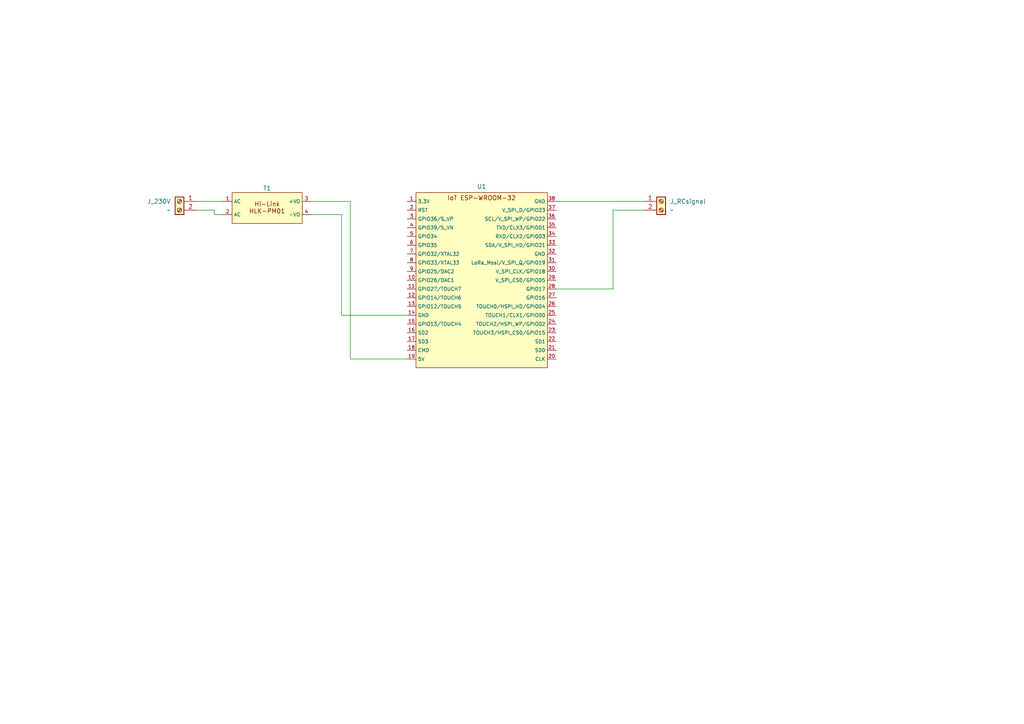
<source format=kicad_sch>
(kicad_sch (version 20250114) (generator "eeschema") (generator_version "9.0")
  (paper "A4")
  (title_block (title "Swithcboard") (date "2025-09-10") (rev "0"))
  (lib_symbols
    (symbol "Connector:Screw_Terminal_01x02" (pin_names (offset 1.016) (hide yes))
      (property "Reference" "J" (at 0 2.54 0))
      (property "Value" "Screw_Terminal_01x02" (at 0 -5.08 0))
      (symbol "Screw_Terminal_01x02_1_1"
        (rectangle (start -1.27 1.27) (end 1.27 -3.81) (stroke (width 0.254)) (fill (type background)))
        (polyline (pts (xy -0.5334 0.3302) (xy 0.3302 -0.508)) (stroke (width 0.1524)))
        (polyline (pts (xy -0.5334 -2.2098) (xy 0.3302 -3.048)) (stroke (width 0.1524)))
        (polyline (pts (xy -0.3556 0.508) (xy 0.508 -0.3302)) (stroke (width 0.1524)))
        (polyline (pts (xy -0.3556 -2.032) (xy 0.508 -2.8702)) (stroke (width 0.1524)))
        (circle (center 0 0) (radius 0.635) (stroke (width 0.1524)))
        (circle (center 0 -2.54) (radius 0.635) (stroke (width 0.1524)))
        (pin passive line (at -5.08 0 0) (length 3.81) (name "Pin_1") (number "1"))
        (pin passive line (at -5.08 -2.54 0) (length 3.81) (name "Pin_2") (number "2"))
      )
    )
    (symbol "ESP32Library:ESP-WROOM-32"
      (property "Reference" "U" (at 0 0 0))
      (symbol "ESP-WROOM-32_1_1"
        (rectangle (start -19.05 -2.54) (end 19.05 -53.34) (fill (type background)))
        (text "IoT ESP-WROOM-32" (at 0 -4.064 0) (effects (font (size 1.27 1.27))))
        (pin power_out line (at -21.59 -5.08 0) (length 2.54) (name "3.3V") (number "1"))
        (pin bidirectional line (at -21.59 -7.62 0) (length 2.54) (name "RST") (number "2"))
        (pin bidirectional line (at -21.59 -10.16 0) (length 2.54) (name "GPIO36/S_VP") (number "3"))
        (pin bidirectional line (at -21.59 -12.7 0) (length 2.54) (name "GPIO39/S_VN") (number "4"))
        (pin bidirectional line (at -21.59 -15.24 0) (length 2.54) (name "GPIO34") (number "5"))
        (pin bidirectional line (at -21.59 -17.78 0) (length 2.54) (name "GPIO35") (number "6"))
        (pin bidirectional line (at -21.59 -20.32 0) (length 2.54) (name "GPIO32/XTAL32") (number "7"))
        (pin bidirectional line (at -21.59 -22.86 0) (length 2.54) (name "GPIO33/XTAL33") (number "8"))
        (pin bidirectional line (at -21.59 -25.4 0) (length 2.54) (name "GPIO25/DAC2") (number "9"))
        (pin bidirectional line (at -21.59 -27.94 0) (length 2.54) (name "GPIO26/DAC1") (number "10"))
        (pin bidirectional line (at -21.59 -30.48 0) (length 2.54) (name "GPIO27/TOUCH7") (number "11"))
        (pin bidirectional line (at -21.59 -33.02 0) (length 2.54) (name "GPIO14/TOUCH6") (number "12"))
        (pin bidirectional line (at -21.59 -35.56 0) (length 2.54) (name "GPIO12/TOUCH5") (number "13"))
        (pin power_in line (at -21.59 -38.1 0) (length 2.54) (name "GND") (number "14"))
        (pin bidirectional line (at -21.59 -40.64 0) (length 2.54) (name "GPIO13/TOUCH4") (number "15"))
        (pin bidirectional line (at -21.59 -43.18 0) (length 2.54) (name "SD2") (number "16"))
        (pin bidirectional line (at -21.59 -45.72 0) (length 2.54) (name "SD3") (number "17"))
        (pin bidirectional line (at -21.59 -48.26 0) (length 2.54) (name "CMD") (number "18"))
        (pin power_in line (at -21.59 -50.8 0) (length 2.54) (name "5V") (number "19"))
        (pin power_in line (at 21.59 -5.08 180) (length 2.54) (name "GND") (number "38"))
        (pin bidirectional line (at 21.59 -7.62 180) (length 2.54) (name "V_SPI_D/GPIO23") (number "37"))
        (pin bidirectional line (at 21.59 -10.16 180) (length 2.54) (name "SCL/V_SPI_WP/GPIO22") (number "36"))
        (pin bidirectional line (at 21.59 -12.7 180) (length 2.54) (name "TXD/CLX3/GPIO01") (number "35"))
        (pin bidirectional line (at 21.59 -15.24 180) (length 2.54) (name "RXD/CLX2/GPIO03") (number "34"))
        (pin bidirectional line (at 21.59 -17.78 180) (length 2.54) (name "SDA/V_SPI_HD/GPIO21") (number "33"))
        (pin bidirectional line (at 21.59 -20.32 180) (length 2.54) (name "GND") (number "32"))
        (pin bidirectional line (at 21.59 -22.86 180) (length 2.54) (name "LoRa_Mosi/V_SPI_Q/GPIO19") (number "31"))
        (pin bidirectional line (at 21.59 -25.4 180) (length 2.54) (name "V_SPI_CLK/GPIO18") (number "30"))
        (pin bidirectional line (at 21.59 -27.94 180) (length 2.54) (name "V_SPI_CS0/GPIO05") (number "29"))
        (pin bidirectional line (at 21.59 -30.48 180) (length 2.54) (name "GPIO17") (number "28"))
        (pin bidirectional line (at 21.59 -33.02 180) (length 2.54) (name "GPIO16") (number "27"))
        (pin bidirectional line (at 21.59 -35.56 180) (length 2.54) (name "TOUCH0/HSPI_HD/GPIO04") (number "26"))
        (pin bidirectional line (at 21.59 -38.1 180) (length 2.54) (name "TOUCH1/CLX1/GPIO00") (number "25"))
        (pin bidirectional line (at 21.59 -40.64 180) (length 2.54) (name "TOUCH2/HSPI_WP/GPIO02") (number "24"))
        (pin bidirectional line (at 21.59 -43.18 180) (length 2.54) (name "TOUCH3/HSPI_CS0/GPIO15") (number "23"))
        (pin bidirectional line (at 21.59 -45.72 180) (length 2.54) (name "SD1") (number "22"))
        (pin bidirectional line (at 21.59 -48.26 180) (length 2.54) (name "SD0") (number "21"))
        (pin bidirectional line (at 21.59 -50.8 180) (length 2.54) (name "CLK") (number "20"))
      )
    )
    (symbol "PowerSupplyLibrary:HLK-PM01"
      (property "Reference" "T" (at 0 0 0))
      (symbol "HLK-PM01_1_1"
        (rectangle (start -10.16 -1.27) (end 10.16 -10.16) (fill (type background)))
        (text "Hi-Link\nHLK-PM01" (at 0 -5.588 0) (effects (font (size 1.27 1.27))))
        (pin power_in line (at -12.7 -3.81 0) (length 2.54) (name "AC") (number "1"))
        (pin power_in line (at -12.7 -7.62 0) (length 2.54) (name "AC") (number "2"))
        (pin power_out line (at 12.7 -3.81 180) (length 2.54) (name "+VO") (number "3"))
        (pin power_out line (at 12.7 -7.62 180) (length 2.54) (name "-VO") (number "4"))
      )
    )
  )
  (wire (pts (xy 99.06 91.44) (xy 118.11 91.44)))
  (wire (pts (xy 90.17 58.42) (xy 101.6 58.42)))
  (wire (pts (xy 101.6 104.14) (xy 118.11 104.14)))
  (wire (pts (xy 57.15 58.42) (xy 64.77 58.42)))
  (wire (pts (xy 90.17 62.23) (xy 99.06 62.23)))
  (wire (pts (xy 62.23 62.23) (xy 64.77 62.23)))
  (wire (pts (xy 177.8 83.82) (xy 177.8 60.96)))
  (wire (pts (xy 161.29 58.42) (xy 186.69 58.42)))
  (wire (pts (xy 57.15 60.96) (xy 62.23 60.96)))
  (wire (pts (xy 99.06 62.23) (xy 99.06 91.44)))
  (wire (pts (xy 101.6 58.42) (xy 101.6 104.14)))
  (wire (pts (xy 62.23 60.96) (xy 62.23 62.23)))
  (wire (pts (xy 161.29 83.82) (xy 177.8 83.82)))
  (wire (pts (xy 177.8 60.96) (xy 186.69 60.96)))
  (symbol (lib_id "ESP32Library:ESP-WROOM-32") (at 139.7 53.34 0) (unit 1)
    (property "Reference" "U1" (at 139.7 54.102 0))
  )
  (symbol (lib_id "PowerSupplyLibrary:HLK-PM01") (at 77.47 54.61 0) (unit 1)
    (property "Reference" "T1" (at 77.47 54.61 0))
  )
  (symbol (lib_id "Connector:Screw_Terminal_01x02") (at 191.77 58.42 0) (unit 1)
    (property "Reference" "J_RCsignal" (at 194.31 58.4199 0) (effects (justify left)))
    (property "Value" "~" (at 194.31 60.9599 0) (effects (justify left)))
    (property "Description" "Generic screw terminal, single row, 01x02, script generated (kicad-library-utils/schlib/autogen/connector/)" (effects (hide yes)))
  )
  (symbol (lib_id "Connector:Screw_Terminal_01x02") (at 52.07 58.42 0) (mirror y) (unit 1)
    (property "Reference" "J_230V" (at 49.53 58.4199 0) (effects (justify left)))
    (property "Value" "~" (at 49.53 60.9599 0) (effects (justify left)))
    (property "Description" "Generic screw terminal, single row, 01x02, script generated (kicad-library-utils/schlib/autogen/connector/)" (effects (hide yes)))
  )
)
</source>
